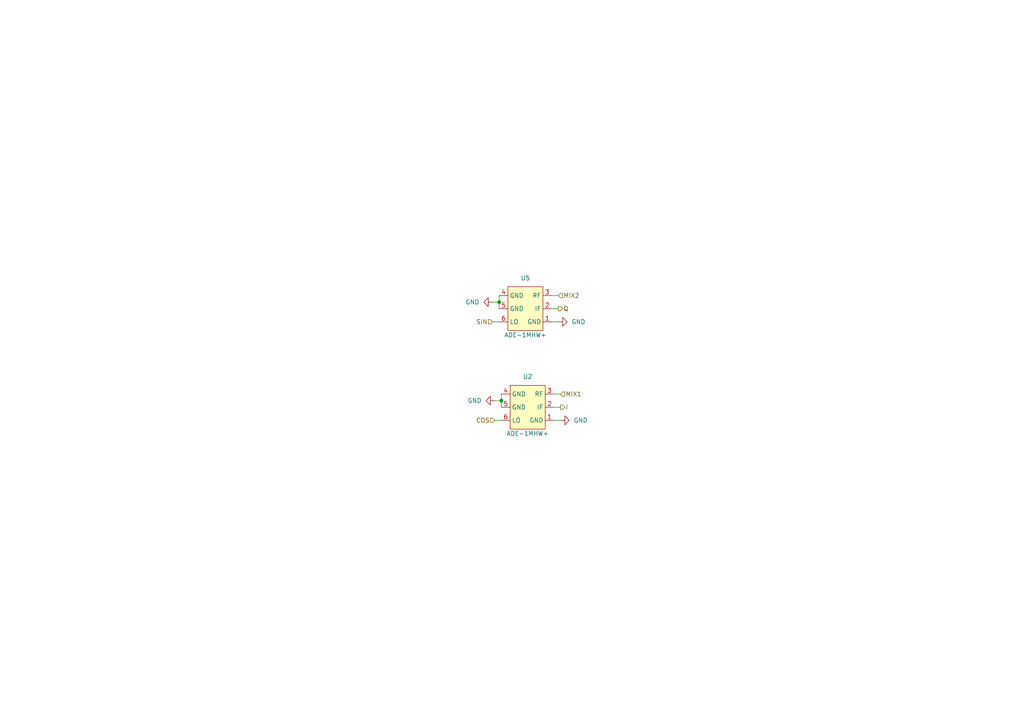
<source format=kicad_sch>
(kicad_sch (version 20230121) (generator eeschema)
  (paper "A4")
  (lib_symbols
    (symbol "ADE-1MHW+:ADE-1MHW+"
      (property "Reference" "U" (at 0 10.16 0))
      (property "Value" "ADE-1MHW+" (at 0 7.62 0))
      (symbol "ADE-1MHW+_1_1"
        (rectangle (start -5.08 6.35) (end 5.08 -6.35) (fill (type background)))
        (pin power_in line (at -7.62 3.81 0) (length 2.54) (name "GND") (number "1"))
        (pin input line (at -7.62 0 0) (length 2.54) (name "IF") (number "2"))
        (pin input line (at -7.62 -3.81 0) (length 2.54) (name "RF") (number "3"))
        (pin power_in line (at 7.62 -3.81 180) (length 2.54) (name "GND") (number "4"))
        (pin power_in line (at 7.62 0 180) (length 2.54) (name "GND") (number "5"))
        (pin input line (at 7.62 3.81 180) (length 2.54) (name "LO") (number "6"))
      )
    )
    (symbol "power:GND" (power) (pin_names (offset 0))
      (property "Value" "GND" (at 0 -3.81 0))
      (symbol "GND_0_1"
        (polyline (pts (xy 0 0) (xy 0 -1.27) (xy 1.27 -1.27) (xy 0 -2.54) (xy -1.27 -1.27) (xy 0 -1.27)))
      )
      (symbol "GND_1_1"
        (pin power_in line (at 0 0 270) (length 0) hide (name "GND") (number "1"))
      )
    )
  )
  (junction (at 145.415 116.205))
  (junction (at 144.78 87.63))
  (wire (pts (xy 143.51 116.205) (xy 145.415 116.205)))
  (wire (pts (xy 160.655 114.3) (xy 162.56 114.3)))
  (wire (pts (xy 144.78 85.725) (xy 144.78 87.63)))
  (wire (pts (xy 160.02 85.725) (xy 161.925 85.725)))
  (wire (pts (xy 145.415 116.205) (xy 145.415 118.11)))
  (wire (pts (xy 144.78 87.63) (xy 144.78 89.535)))
  (wire (pts (xy 160.655 121.92) (xy 162.56 121.92)))
  (wire (pts (xy 142.875 93.345) (xy 144.78 93.345)))
  (wire (pts (xy 142.875 87.63) (xy 144.78 87.63)))
  (wire (pts (xy 145.415 114.3) (xy 145.415 116.205)))
  (wire (pts (xy 160.02 89.535) (xy 161.925 89.535)))
  (wire (pts (xy 143.51 121.92) (xy 145.415 121.92)))
  (wire (pts (xy 160.02 93.345) (xy 161.925 93.345)))
  (wire (pts (xy 160.655 118.11) (xy 162.56 118.11)))
  (hierarchical_label "Q" (shape output) (at 161.925 89.535 0))
  (hierarchical_label "I" (shape output) (at 162.56 118.11 0))
  (hierarchical_label "SIN" (shape input) (at 142.875 93.345 180))
  (hierarchical_label "MIX1" (shape input) (at 162.56 114.3 0))
  (hierarchical_label "COS" (shape input) (at 143.51 121.92 180))
  (hierarchical_label "MIX2" (shape input) (at 161.925 85.725 0))
  (symbol (lib_id "power:GND") (at 143.51 116.205 270) (unit 1)
    (property "Reference" "#PWR04" (effects hide))
    (property "Value" "GND" (at 139.7 116.205 90) (effects (justify right)))
    (instances (project "analog_frontend" (path "" (reference "#PWR04") (unit 1)) (path "" (reference "#PWR05") (unit 1))))
  )
  (symbol (lib_id "power:GND") (at 142.875 87.63 270) (unit 1)
    (property "Reference" "#PWR07" (effects hide))
    (property "Value" "GND" (at 139.065 87.63 90) (effects (justify right)))
    (instances (project "analog_frontend" (path "" (reference "#PWR07") (unit 1)) (path "" (reference "#PWR04") (unit 1))))
  )
  (symbol (lib_id "power:GND") (at 162.56 121.92 90) (unit 1)
    (property "Reference" "#PWR05" (effects hide))
    (property "Value" "GND" (at 166.37 121.92 90) (effects (justify right)))
    (instances (project "analog_frontend" (path "" (reference "#PWR05") (unit 1)) (path "" (reference "#PWR08") (unit 1))))
  )
  (symbol (lib_id "ADE-1MHW+:ADE-1MHW+") (at 152.4 89.535 180) (unit 1)
    (property "Reference" "U5" (at 152.4 80.645 0))
    (property "Value" "ADE-1MHW+" (at 152.4 97.155 0))
    (instances (project "analog_frontend" (path "" (reference "U5") (unit 1)) (path "" (reference "U2") (unit 1))))
  )
  (symbol (lib_id "ADE-1MHW+:ADE-1MHW+") (at 153.035 118.11 180) (unit 1)
    (property "Reference" "U2" (at 153.035 109.22 0))
    (property "Value" "ADE-1MHW+" (at 153.035 125.73 0))
    (instances (project "analog_frontend" (path "" (reference "U2") (unit 1)) (path "" (reference "U5") (unit 1))))
  )
  (symbol (lib_id "power:GND") (at 161.925 93.345 90) (unit 1)
    (property "Reference" "#PWR08" (effects hide))
    (property "Value" "GND" (at 165.735 93.345 90) (effects (justify right)))
    (instances (project "analog_frontend" (path "" (reference "#PWR08") (unit 1)) (path "" (reference "#PWR07") (unit 1))))
  )
)
</source>
